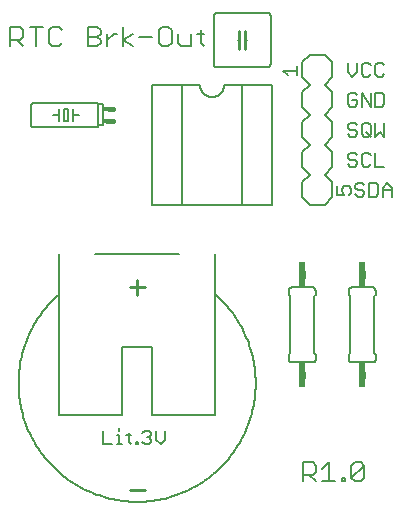
<source format=gto>
G75*
%MOIN*%
%OFA0B0*%
%FSLAX25Y25*%
%IPPOS*%
%LPD*%
%AMOC8*
5,1,8,0,0,1.08239X$1,22.5*
%
%ADD10C,0.00600*%
%ADD11C,0.00500*%
%ADD12C,0.00700*%
%ADD13C,0.01000*%
%ADD14C,0.02400*%
%ADD15R,0.02400X0.03400*%
%ADD16C,0.01600*%
%ADD17R,0.02300X0.01600*%
D10*
X0040800Y0059300D02*
X0061800Y0059300D01*
X0061800Y0081800D01*
X0071800Y0081800D01*
X0071800Y0059300D01*
X0092800Y0059300D01*
X0092800Y0112800D01*
X0080800Y0112800D02*
X0052800Y0112800D01*
X0040800Y0112800D02*
X0040800Y0059300D01*
X0092864Y0099484D02*
X0093568Y0098851D01*
X0094257Y0098201D01*
X0094930Y0097535D01*
X0095587Y0096853D01*
X0096227Y0096155D01*
X0096850Y0095442D01*
X0097456Y0094715D01*
X0098044Y0093973D01*
X0098615Y0093217D01*
X0099167Y0092448D01*
X0099700Y0091665D01*
X0100215Y0090871D01*
X0100710Y0090064D01*
X0101186Y0089245D01*
X0101642Y0088415D01*
X0102079Y0087575D01*
X0102494Y0086724D01*
X0102890Y0085864D01*
X0103265Y0084994D01*
X0103618Y0084116D01*
X0103951Y0083230D01*
X0104262Y0082335D01*
X0104552Y0081434D01*
X0104820Y0080526D01*
X0105066Y0079611D01*
X0105290Y0078692D01*
X0105492Y0077766D01*
X0105672Y0076837D01*
X0105830Y0075903D01*
X0105965Y0074966D01*
X0106077Y0074026D01*
X0106167Y0073083D01*
X0106235Y0072139D01*
X0106279Y0071193D01*
X0106301Y0070246D01*
X0106301Y0069300D01*
X0117300Y0077800D02*
X0117300Y0079300D01*
X0117800Y0079800D01*
X0117800Y0098800D01*
X0117300Y0099300D01*
X0117300Y0100800D01*
X0117302Y0100860D01*
X0117307Y0100921D01*
X0117316Y0100980D01*
X0117329Y0101039D01*
X0117345Y0101098D01*
X0117365Y0101155D01*
X0117388Y0101210D01*
X0117415Y0101265D01*
X0117444Y0101317D01*
X0117477Y0101368D01*
X0117513Y0101417D01*
X0117551Y0101463D01*
X0117593Y0101507D01*
X0117637Y0101549D01*
X0117683Y0101587D01*
X0117732Y0101623D01*
X0117783Y0101656D01*
X0117835Y0101685D01*
X0117890Y0101712D01*
X0117945Y0101735D01*
X0118002Y0101755D01*
X0118061Y0101771D01*
X0118120Y0101784D01*
X0118179Y0101793D01*
X0118240Y0101798D01*
X0118300Y0101800D01*
X0125300Y0101800D01*
X0125360Y0101798D01*
X0125421Y0101793D01*
X0125480Y0101784D01*
X0125539Y0101771D01*
X0125598Y0101755D01*
X0125655Y0101735D01*
X0125710Y0101712D01*
X0125765Y0101685D01*
X0125817Y0101656D01*
X0125868Y0101623D01*
X0125917Y0101587D01*
X0125963Y0101549D01*
X0126007Y0101507D01*
X0126049Y0101463D01*
X0126087Y0101417D01*
X0126123Y0101368D01*
X0126156Y0101317D01*
X0126185Y0101265D01*
X0126212Y0101210D01*
X0126235Y0101155D01*
X0126255Y0101098D01*
X0126271Y0101039D01*
X0126284Y0100980D01*
X0126293Y0100921D01*
X0126298Y0100860D01*
X0126300Y0100800D01*
X0126300Y0099300D01*
X0125800Y0098800D01*
X0125800Y0079800D01*
X0126300Y0079300D01*
X0126300Y0077800D01*
X0126298Y0077740D01*
X0126293Y0077679D01*
X0126284Y0077620D01*
X0126271Y0077561D01*
X0126255Y0077502D01*
X0126235Y0077445D01*
X0126212Y0077390D01*
X0126185Y0077335D01*
X0126156Y0077283D01*
X0126123Y0077232D01*
X0126087Y0077183D01*
X0126049Y0077137D01*
X0126007Y0077093D01*
X0125963Y0077051D01*
X0125917Y0077013D01*
X0125868Y0076977D01*
X0125817Y0076944D01*
X0125765Y0076915D01*
X0125710Y0076888D01*
X0125655Y0076865D01*
X0125598Y0076845D01*
X0125539Y0076829D01*
X0125480Y0076816D01*
X0125421Y0076807D01*
X0125360Y0076802D01*
X0125300Y0076800D01*
X0118300Y0076800D01*
X0118240Y0076802D01*
X0118179Y0076807D01*
X0118120Y0076816D01*
X0118061Y0076829D01*
X0118002Y0076845D01*
X0117945Y0076865D01*
X0117890Y0076888D01*
X0117835Y0076915D01*
X0117783Y0076944D01*
X0117732Y0076977D01*
X0117683Y0077013D01*
X0117637Y0077051D01*
X0117593Y0077093D01*
X0117551Y0077137D01*
X0117513Y0077183D01*
X0117477Y0077232D01*
X0117444Y0077283D01*
X0117415Y0077335D01*
X0117388Y0077390D01*
X0117365Y0077445D01*
X0117345Y0077502D01*
X0117329Y0077561D01*
X0117316Y0077620D01*
X0117307Y0077679D01*
X0117302Y0077740D01*
X0117300Y0077800D01*
X0137300Y0077800D02*
X0137300Y0079300D01*
X0137800Y0079800D01*
X0137800Y0098800D01*
X0137300Y0099300D01*
X0137300Y0100800D01*
X0137302Y0100860D01*
X0137307Y0100921D01*
X0137316Y0100980D01*
X0137329Y0101039D01*
X0137345Y0101098D01*
X0137365Y0101155D01*
X0137388Y0101210D01*
X0137415Y0101265D01*
X0137444Y0101317D01*
X0137477Y0101368D01*
X0137513Y0101417D01*
X0137551Y0101463D01*
X0137593Y0101507D01*
X0137637Y0101549D01*
X0137683Y0101587D01*
X0137732Y0101623D01*
X0137783Y0101656D01*
X0137835Y0101685D01*
X0137890Y0101712D01*
X0137945Y0101735D01*
X0138002Y0101755D01*
X0138061Y0101771D01*
X0138120Y0101784D01*
X0138179Y0101793D01*
X0138240Y0101798D01*
X0138300Y0101800D01*
X0145300Y0101800D01*
X0145360Y0101798D01*
X0145421Y0101793D01*
X0145480Y0101784D01*
X0145539Y0101771D01*
X0145598Y0101755D01*
X0145655Y0101735D01*
X0145710Y0101712D01*
X0145765Y0101685D01*
X0145817Y0101656D01*
X0145868Y0101623D01*
X0145917Y0101587D01*
X0145963Y0101549D01*
X0146007Y0101507D01*
X0146049Y0101463D01*
X0146087Y0101417D01*
X0146123Y0101368D01*
X0146156Y0101317D01*
X0146185Y0101265D01*
X0146212Y0101210D01*
X0146235Y0101155D01*
X0146255Y0101098D01*
X0146271Y0101039D01*
X0146284Y0100980D01*
X0146293Y0100921D01*
X0146298Y0100860D01*
X0146300Y0100800D01*
X0146300Y0099300D01*
X0145800Y0098800D01*
X0145800Y0079800D01*
X0146300Y0079300D01*
X0146300Y0077800D01*
X0146298Y0077740D01*
X0146293Y0077679D01*
X0146284Y0077620D01*
X0146271Y0077561D01*
X0146255Y0077502D01*
X0146235Y0077445D01*
X0146212Y0077390D01*
X0146185Y0077335D01*
X0146156Y0077283D01*
X0146123Y0077232D01*
X0146087Y0077183D01*
X0146049Y0077137D01*
X0146007Y0077093D01*
X0145963Y0077051D01*
X0145917Y0077013D01*
X0145868Y0076977D01*
X0145817Y0076944D01*
X0145765Y0076915D01*
X0145710Y0076888D01*
X0145655Y0076865D01*
X0145598Y0076845D01*
X0145539Y0076829D01*
X0145480Y0076816D01*
X0145421Y0076807D01*
X0145360Y0076802D01*
X0145300Y0076800D01*
X0138300Y0076800D01*
X0138240Y0076802D01*
X0138179Y0076807D01*
X0138120Y0076816D01*
X0138061Y0076829D01*
X0138002Y0076845D01*
X0137945Y0076865D01*
X0137890Y0076888D01*
X0137835Y0076915D01*
X0137783Y0076944D01*
X0137732Y0076977D01*
X0137683Y0077013D01*
X0137637Y0077051D01*
X0137593Y0077093D01*
X0137551Y0077137D01*
X0137513Y0077183D01*
X0137477Y0077232D01*
X0137444Y0077283D01*
X0137415Y0077335D01*
X0137388Y0077390D01*
X0137365Y0077445D01*
X0137345Y0077502D01*
X0137329Y0077561D01*
X0137316Y0077620D01*
X0137307Y0077679D01*
X0137302Y0077740D01*
X0137300Y0077800D01*
X0129300Y0129300D02*
X0124300Y0129300D01*
X0121800Y0131800D01*
X0121800Y0136800D01*
X0124300Y0139300D01*
X0121800Y0141800D01*
X0121800Y0146800D01*
X0124300Y0149300D01*
X0121800Y0151800D01*
X0121800Y0156800D01*
X0124300Y0159300D01*
X0121800Y0161800D01*
X0121800Y0166800D01*
X0124300Y0169300D01*
X0121800Y0171800D01*
X0121800Y0176800D01*
X0124300Y0179300D01*
X0129300Y0179300D01*
X0131800Y0176800D01*
X0131800Y0171800D01*
X0129300Y0169300D01*
X0131800Y0166800D01*
X0131800Y0161800D01*
X0129300Y0159300D01*
X0131800Y0156800D01*
X0131800Y0151800D01*
X0129300Y0149300D01*
X0131800Y0146800D01*
X0131800Y0141800D01*
X0129300Y0139300D01*
X0131800Y0136800D01*
X0131800Y0131800D01*
X0129300Y0129300D01*
X0111800Y0129300D02*
X0101800Y0129300D01*
X0081800Y0129300D01*
X0071800Y0129300D01*
X0071800Y0169300D01*
X0081800Y0169300D01*
X0087800Y0169300D01*
X0087802Y0169174D01*
X0087808Y0169049D01*
X0087818Y0168924D01*
X0087832Y0168799D01*
X0087849Y0168674D01*
X0087871Y0168550D01*
X0087896Y0168427D01*
X0087926Y0168305D01*
X0087959Y0168184D01*
X0087996Y0168064D01*
X0088036Y0167945D01*
X0088081Y0167828D01*
X0088129Y0167711D01*
X0088181Y0167597D01*
X0088236Y0167484D01*
X0088295Y0167373D01*
X0088357Y0167264D01*
X0088423Y0167157D01*
X0088492Y0167052D01*
X0088564Y0166949D01*
X0088639Y0166848D01*
X0088718Y0166750D01*
X0088800Y0166655D01*
X0088884Y0166562D01*
X0088972Y0166472D01*
X0089062Y0166384D01*
X0089155Y0166300D01*
X0089250Y0166218D01*
X0089348Y0166139D01*
X0089449Y0166064D01*
X0089552Y0165992D01*
X0089657Y0165923D01*
X0089764Y0165857D01*
X0089873Y0165795D01*
X0089984Y0165736D01*
X0090097Y0165681D01*
X0090211Y0165629D01*
X0090328Y0165581D01*
X0090445Y0165536D01*
X0090564Y0165496D01*
X0090684Y0165459D01*
X0090805Y0165426D01*
X0090927Y0165396D01*
X0091050Y0165371D01*
X0091174Y0165349D01*
X0091299Y0165332D01*
X0091424Y0165318D01*
X0091549Y0165308D01*
X0091674Y0165302D01*
X0091800Y0165300D01*
X0091926Y0165302D01*
X0092051Y0165308D01*
X0092176Y0165318D01*
X0092301Y0165332D01*
X0092426Y0165349D01*
X0092550Y0165371D01*
X0092673Y0165396D01*
X0092795Y0165426D01*
X0092916Y0165459D01*
X0093036Y0165496D01*
X0093155Y0165536D01*
X0093272Y0165581D01*
X0093389Y0165629D01*
X0093503Y0165681D01*
X0093616Y0165736D01*
X0093727Y0165795D01*
X0093836Y0165857D01*
X0093943Y0165923D01*
X0094048Y0165992D01*
X0094151Y0166064D01*
X0094252Y0166139D01*
X0094350Y0166218D01*
X0094445Y0166300D01*
X0094538Y0166384D01*
X0094628Y0166472D01*
X0094716Y0166562D01*
X0094800Y0166655D01*
X0094882Y0166750D01*
X0094961Y0166848D01*
X0095036Y0166949D01*
X0095108Y0167052D01*
X0095177Y0167157D01*
X0095243Y0167264D01*
X0095305Y0167373D01*
X0095364Y0167484D01*
X0095419Y0167597D01*
X0095471Y0167711D01*
X0095519Y0167828D01*
X0095564Y0167945D01*
X0095604Y0168064D01*
X0095641Y0168184D01*
X0095674Y0168305D01*
X0095704Y0168427D01*
X0095729Y0168550D01*
X0095751Y0168674D01*
X0095768Y0168799D01*
X0095782Y0168924D01*
X0095792Y0169049D01*
X0095798Y0169174D01*
X0095800Y0169300D01*
X0101800Y0169300D01*
X0101800Y0129300D01*
X0111800Y0129300D02*
X0111800Y0169300D01*
X0101800Y0169300D01*
X0110300Y0175300D02*
X0093300Y0175300D01*
X0093240Y0175302D01*
X0093179Y0175307D01*
X0093120Y0175316D01*
X0093061Y0175329D01*
X0093002Y0175345D01*
X0092945Y0175365D01*
X0092890Y0175388D01*
X0092835Y0175415D01*
X0092783Y0175444D01*
X0092732Y0175477D01*
X0092683Y0175513D01*
X0092637Y0175551D01*
X0092593Y0175593D01*
X0092551Y0175637D01*
X0092513Y0175683D01*
X0092477Y0175732D01*
X0092444Y0175783D01*
X0092415Y0175835D01*
X0092388Y0175890D01*
X0092365Y0175945D01*
X0092345Y0176002D01*
X0092329Y0176061D01*
X0092316Y0176120D01*
X0092307Y0176179D01*
X0092302Y0176240D01*
X0092300Y0176300D01*
X0092300Y0192300D01*
X0092302Y0192360D01*
X0092307Y0192421D01*
X0092316Y0192480D01*
X0092329Y0192539D01*
X0092345Y0192598D01*
X0092365Y0192655D01*
X0092388Y0192710D01*
X0092415Y0192765D01*
X0092444Y0192817D01*
X0092477Y0192868D01*
X0092513Y0192917D01*
X0092551Y0192963D01*
X0092593Y0193007D01*
X0092637Y0193049D01*
X0092683Y0193087D01*
X0092732Y0193123D01*
X0092783Y0193156D01*
X0092835Y0193185D01*
X0092890Y0193212D01*
X0092945Y0193235D01*
X0093002Y0193255D01*
X0093061Y0193271D01*
X0093120Y0193284D01*
X0093179Y0193293D01*
X0093240Y0193298D01*
X0093300Y0193300D01*
X0110300Y0193300D01*
X0110360Y0193298D01*
X0110421Y0193293D01*
X0110480Y0193284D01*
X0110539Y0193271D01*
X0110598Y0193255D01*
X0110655Y0193235D01*
X0110710Y0193212D01*
X0110765Y0193185D01*
X0110817Y0193156D01*
X0110868Y0193123D01*
X0110917Y0193087D01*
X0110963Y0193049D01*
X0111007Y0193007D01*
X0111049Y0192963D01*
X0111087Y0192917D01*
X0111123Y0192868D01*
X0111156Y0192817D01*
X0111185Y0192765D01*
X0111212Y0192710D01*
X0111235Y0192655D01*
X0111255Y0192598D01*
X0111271Y0192539D01*
X0111284Y0192480D01*
X0111293Y0192421D01*
X0111298Y0192360D01*
X0111300Y0192300D01*
X0111300Y0176300D01*
X0111298Y0176240D01*
X0111293Y0176179D01*
X0111284Y0176120D01*
X0111271Y0176061D01*
X0111255Y0176002D01*
X0111235Y0175945D01*
X0111212Y0175890D01*
X0111185Y0175835D01*
X0111156Y0175783D01*
X0111123Y0175732D01*
X0111087Y0175683D01*
X0111049Y0175637D01*
X0111007Y0175593D01*
X0110963Y0175551D01*
X0110917Y0175513D01*
X0110868Y0175477D01*
X0110817Y0175444D01*
X0110765Y0175415D01*
X0110710Y0175388D01*
X0110655Y0175365D01*
X0110598Y0175345D01*
X0110539Y0175329D01*
X0110480Y0175316D01*
X0110421Y0175307D01*
X0110360Y0175302D01*
X0110300Y0175300D01*
X0103300Y0184300D02*
X0102800Y0184300D01*
X0100800Y0184300D02*
X0100300Y0184300D01*
X0089042Y0186370D02*
X0086906Y0186370D01*
X0087974Y0187438D02*
X0087974Y0183168D01*
X0089042Y0182100D01*
X0084731Y0182100D02*
X0084731Y0186370D01*
X0084731Y0182100D02*
X0081529Y0182100D01*
X0080461Y0183168D01*
X0080461Y0186370D01*
X0078286Y0187438D02*
X0078286Y0183168D01*
X0077218Y0182100D01*
X0075083Y0182100D01*
X0074015Y0183168D01*
X0074015Y0187438D01*
X0075083Y0188505D01*
X0077218Y0188505D01*
X0078286Y0187438D01*
X0071840Y0185303D02*
X0067570Y0185303D01*
X0065401Y0186370D02*
X0062199Y0184235D01*
X0065401Y0182100D01*
X0062199Y0182100D02*
X0062199Y0188505D01*
X0060030Y0186370D02*
X0058963Y0186370D01*
X0056827Y0184235D01*
X0056827Y0182100D02*
X0056827Y0186370D01*
X0054652Y0186370D02*
X0053585Y0185303D01*
X0050382Y0185303D01*
X0050382Y0188505D02*
X0053585Y0188505D01*
X0054652Y0187438D01*
X0054652Y0186370D01*
X0053585Y0185303D02*
X0054652Y0184235D01*
X0054652Y0183168D01*
X0053585Y0182100D01*
X0050382Y0182100D01*
X0050382Y0188505D01*
X0041761Y0187438D02*
X0040694Y0188505D01*
X0038559Y0188505D01*
X0037491Y0187438D01*
X0037491Y0183168D01*
X0038559Y0182100D01*
X0040694Y0182100D01*
X0041761Y0183168D01*
X0035316Y0188505D02*
X0031045Y0188505D01*
X0033181Y0188505D02*
X0033181Y0182100D01*
X0028870Y0182100D02*
X0026735Y0184235D01*
X0027803Y0184235D02*
X0024600Y0184235D01*
X0024600Y0182100D02*
X0024600Y0188505D01*
X0027803Y0188505D01*
X0028870Y0187438D01*
X0028870Y0185303D01*
X0027803Y0184235D01*
X0032300Y0163300D02*
X0053800Y0163300D01*
X0053800Y0162800D01*
X0053800Y0155800D01*
X0053800Y0155300D01*
X0032300Y0155300D01*
X0032240Y0155302D01*
X0032179Y0155307D01*
X0032120Y0155316D01*
X0032061Y0155329D01*
X0032002Y0155345D01*
X0031945Y0155365D01*
X0031890Y0155388D01*
X0031835Y0155415D01*
X0031783Y0155444D01*
X0031732Y0155477D01*
X0031683Y0155513D01*
X0031637Y0155551D01*
X0031593Y0155593D01*
X0031551Y0155637D01*
X0031513Y0155683D01*
X0031477Y0155732D01*
X0031444Y0155783D01*
X0031415Y0155835D01*
X0031388Y0155890D01*
X0031365Y0155945D01*
X0031345Y0156002D01*
X0031329Y0156061D01*
X0031316Y0156120D01*
X0031307Y0156179D01*
X0031302Y0156240D01*
X0031300Y0156300D01*
X0031300Y0162300D01*
X0031302Y0162360D01*
X0031307Y0162421D01*
X0031316Y0162480D01*
X0031329Y0162539D01*
X0031345Y0162598D01*
X0031365Y0162655D01*
X0031388Y0162710D01*
X0031415Y0162765D01*
X0031444Y0162817D01*
X0031477Y0162868D01*
X0031513Y0162917D01*
X0031551Y0162963D01*
X0031593Y0163007D01*
X0031637Y0163049D01*
X0031683Y0163087D01*
X0031732Y0163123D01*
X0031783Y0163156D01*
X0031835Y0163185D01*
X0031890Y0163212D01*
X0031945Y0163235D01*
X0032002Y0163255D01*
X0032061Y0163271D01*
X0032120Y0163284D01*
X0032179Y0163293D01*
X0032240Y0163298D01*
X0032300Y0163300D01*
X0038800Y0159300D02*
X0040800Y0159300D01*
X0040800Y0161300D01*
X0042300Y0161300D02*
X0042300Y0157300D01*
X0043800Y0157300D01*
X0043800Y0161300D01*
X0042300Y0161300D01*
X0040800Y0159300D02*
X0040800Y0157300D01*
X0045300Y0157300D02*
X0045300Y0159300D01*
X0045300Y0161300D01*
X0045300Y0159300D02*
X0047300Y0159300D01*
X0053800Y0155800D02*
X0055300Y0155800D01*
X0055300Y0162800D01*
X0053800Y0162800D01*
X0081800Y0169300D02*
X0081800Y0129300D01*
X0040430Y0099213D02*
X0039717Y0098558D01*
X0039021Y0097886D01*
X0038341Y0097197D01*
X0037679Y0096492D01*
X0037034Y0095770D01*
X0036407Y0095033D01*
X0035798Y0094281D01*
X0035207Y0093514D01*
X0034636Y0092733D01*
X0034084Y0091939D01*
X0033551Y0091131D01*
X0033038Y0090310D01*
X0032546Y0089476D01*
X0032074Y0088631D01*
X0031624Y0087775D01*
X0031194Y0086908D01*
X0030785Y0086031D01*
X0030399Y0085144D01*
X0030034Y0084247D01*
X0029691Y0083342D01*
X0029370Y0082429D01*
X0029072Y0081509D01*
X0028797Y0080581D01*
X0028544Y0079647D01*
X0028314Y0078707D01*
X0028108Y0077761D01*
X0027924Y0076811D01*
X0027764Y0075856D01*
X0027627Y0074898D01*
X0027514Y0073937D01*
X0027425Y0072974D01*
X0027359Y0072008D01*
X0027317Y0071041D01*
X0027298Y0070074D01*
X0027303Y0069106D01*
X0027332Y0068139D01*
X0027384Y0067172D01*
X0027461Y0066208D01*
X0027560Y0065245D01*
X0027684Y0064285D01*
X0027831Y0063329D01*
X0028001Y0062376D01*
X0028194Y0061428D01*
X0028411Y0060485D01*
X0028651Y0059547D01*
X0028913Y0058615D01*
X0029199Y0057691D01*
X0029507Y0056773D01*
X0029837Y0055864D01*
X0030189Y0054962D01*
X0030564Y0054070D01*
X0030960Y0053187D01*
X0031378Y0052314D01*
X0031817Y0051452D01*
X0032277Y0050600D01*
X0032757Y0049760D01*
X0033259Y0048932D01*
X0033780Y0048117D01*
X0034321Y0047315D01*
X0034881Y0046526D01*
X0035461Y0045751D01*
X0036060Y0044990D01*
X0036677Y0044245D01*
X0037312Y0043514D01*
X0037965Y0042800D01*
X0038635Y0042102D01*
X0039322Y0041420D01*
X0040025Y0040755D01*
X0040745Y0040108D01*
X0041480Y0039479D01*
X0042230Y0038868D01*
X0042995Y0038275D01*
X0043775Y0037701D01*
X0044568Y0037147D01*
X0045374Y0036612D01*
X0046194Y0036097D01*
X0047025Y0035603D01*
X0047869Y0035129D01*
X0048724Y0034675D01*
X0049590Y0034243D01*
X0050466Y0033832D01*
X0051352Y0033443D01*
X0052247Y0033075D01*
X0053151Y0032730D01*
X0054064Y0032407D01*
X0054983Y0032106D01*
X0055910Y0031828D01*
X0056844Y0031572D01*
X0057783Y0031340D01*
X0058728Y0031130D01*
X0059678Y0030944D01*
X0060632Y0030782D01*
X0061589Y0030642D01*
X0062550Y0030526D01*
X0063514Y0030434D01*
X0064479Y0030365D01*
X0065446Y0030320D01*
X0066413Y0030299D01*
X0067381Y0030301D01*
X0068348Y0030327D01*
X0069315Y0030377D01*
X0070280Y0030451D01*
X0071243Y0030548D01*
X0072203Y0030668D01*
X0073160Y0030812D01*
X0074113Y0030980D01*
X0075062Y0031171D01*
X0076006Y0031385D01*
X0076944Y0031622D01*
X0077876Y0031882D01*
X0078802Y0032164D01*
X0079720Y0032470D01*
X0080630Y0032797D01*
X0081533Y0033147D01*
X0082426Y0033519D01*
X0083310Y0033913D01*
X0084184Y0034328D01*
X0085048Y0034764D01*
X0085901Y0035222D01*
X0086742Y0035700D01*
X0087572Y0036199D01*
X0088388Y0036718D01*
X0089192Y0037257D01*
X0089983Y0037815D01*
X0090759Y0038392D01*
X0091522Y0038989D01*
X0092269Y0039604D01*
X0093001Y0040237D01*
X0093717Y0040887D01*
X0094418Y0041555D01*
X0095101Y0042240D01*
X0095768Y0042942D01*
X0096417Y0043660D01*
X0097048Y0044393D01*
X0097662Y0045142D01*
X0098257Y0045905D01*
X0098832Y0046683D01*
X0099389Y0047474D01*
X0099926Y0048279D01*
X0100443Y0049097D01*
X0100941Y0049928D01*
X0101417Y0050770D01*
X0101873Y0051624D01*
X0102308Y0052488D01*
X0102721Y0053363D01*
X0103113Y0054248D01*
X0103483Y0055142D01*
X0103831Y0056045D01*
X0104157Y0056957D01*
X0104460Y0057876D01*
X0104741Y0058802D01*
X0104999Y0059734D01*
X0105234Y0060673D01*
X0105446Y0061617D01*
X0105635Y0062567D01*
X0105801Y0063520D01*
X0105943Y0064477D01*
X0106061Y0065438D01*
X0106156Y0066401D01*
X0106228Y0067366D01*
X0106276Y0068333D01*
X0106300Y0069300D01*
D11*
X0076201Y0054054D02*
X0076201Y0051051D01*
X0074700Y0049550D01*
X0073198Y0051051D01*
X0073198Y0054054D01*
X0071597Y0053303D02*
X0071597Y0052553D01*
X0070846Y0051802D01*
X0071597Y0051051D01*
X0071597Y0050301D01*
X0070846Y0049550D01*
X0069345Y0049550D01*
X0068594Y0050301D01*
X0067043Y0050301D02*
X0067043Y0049550D01*
X0066292Y0049550D01*
X0066292Y0050301D01*
X0067043Y0050301D01*
X0064724Y0049550D02*
X0063974Y0050301D01*
X0063974Y0053303D01*
X0064724Y0052553D02*
X0063223Y0052553D01*
X0060905Y0052553D02*
X0060905Y0049550D01*
X0061655Y0049550D02*
X0060154Y0049550D01*
X0058553Y0049550D02*
X0055550Y0049550D01*
X0055550Y0054054D01*
X0060154Y0052553D02*
X0060905Y0052553D01*
X0060905Y0054054D02*
X0060905Y0054804D01*
X0068594Y0053303D02*
X0069345Y0054054D01*
X0070846Y0054054D01*
X0071597Y0053303D01*
X0070846Y0051802D02*
X0070096Y0051802D01*
X0133546Y0132446D02*
X0135798Y0132446D01*
X0135047Y0133947D01*
X0135047Y0134698D01*
X0135798Y0135449D01*
X0137299Y0135449D01*
X0138050Y0134698D01*
X0138050Y0133197D01*
X0137299Y0132446D01*
X0139550Y0132801D02*
X0140301Y0132050D01*
X0141802Y0132050D01*
X0142553Y0132801D01*
X0142553Y0133551D01*
X0141802Y0134302D01*
X0140301Y0134302D01*
X0139550Y0135053D01*
X0139550Y0135803D01*
X0140301Y0136554D01*
X0141802Y0136554D01*
X0142553Y0135803D01*
X0144154Y0136554D02*
X0146406Y0136554D01*
X0147156Y0135803D01*
X0147156Y0132801D01*
X0146406Y0132050D01*
X0144154Y0132050D01*
X0144154Y0136554D01*
X0148758Y0135053D02*
X0148758Y0132050D01*
X0148758Y0134302D02*
X0151760Y0134302D01*
X0151760Y0135053D02*
X0151760Y0132050D01*
X0151760Y0135053D02*
X0150259Y0136554D01*
X0148758Y0135053D01*
X0149260Y0142050D02*
X0146258Y0142050D01*
X0146258Y0146554D01*
X0144656Y0145803D02*
X0143906Y0146554D01*
X0142405Y0146554D01*
X0141654Y0145803D01*
X0141654Y0142801D01*
X0142405Y0142050D01*
X0143906Y0142050D01*
X0144656Y0142801D01*
X0140053Y0142801D02*
X0139302Y0142050D01*
X0137801Y0142050D01*
X0137050Y0142801D01*
X0137801Y0144302D02*
X0137050Y0145053D01*
X0137050Y0145803D01*
X0137801Y0146554D01*
X0139302Y0146554D01*
X0140053Y0145803D01*
X0139302Y0144302D02*
X0140053Y0143551D01*
X0140053Y0142801D01*
X0139302Y0144302D02*
X0137801Y0144302D01*
X0137801Y0152050D02*
X0137050Y0152801D01*
X0137801Y0152050D02*
X0139302Y0152050D01*
X0140053Y0152801D01*
X0140053Y0153551D01*
X0139302Y0154302D01*
X0137801Y0154302D01*
X0137050Y0155053D01*
X0137050Y0155803D01*
X0137801Y0156554D01*
X0139302Y0156554D01*
X0140053Y0155803D01*
X0141654Y0155803D02*
X0142405Y0156554D01*
X0143906Y0156554D01*
X0144656Y0155803D01*
X0144656Y0152801D01*
X0143906Y0152050D01*
X0142405Y0152050D01*
X0141654Y0152801D01*
X0141654Y0155803D01*
X0143155Y0153551D02*
X0144656Y0152050D01*
X0146258Y0152050D02*
X0147759Y0153551D01*
X0149260Y0152050D01*
X0149260Y0156554D01*
X0146258Y0156554D02*
X0146258Y0152050D01*
X0146258Y0162050D02*
X0148510Y0162050D01*
X0149260Y0162801D01*
X0149260Y0165803D01*
X0148510Y0166554D01*
X0146258Y0166554D01*
X0146258Y0162050D01*
X0144656Y0162050D02*
X0144656Y0166554D01*
X0141654Y0166554D02*
X0144656Y0162050D01*
X0141654Y0162050D02*
X0141654Y0166554D01*
X0140053Y0165803D02*
X0139302Y0166554D01*
X0137801Y0166554D01*
X0137050Y0165803D01*
X0137050Y0162801D01*
X0137801Y0162050D01*
X0139302Y0162050D01*
X0140053Y0162801D01*
X0140053Y0164302D01*
X0138551Y0164302D01*
X0138551Y0172050D02*
X0137050Y0173551D01*
X0137050Y0176554D01*
X0140053Y0176554D02*
X0140053Y0173551D01*
X0138551Y0172050D01*
X0141654Y0172801D02*
X0142405Y0172050D01*
X0143906Y0172050D01*
X0144656Y0172801D01*
X0146258Y0172801D02*
X0146258Y0175803D01*
X0147008Y0176554D01*
X0148510Y0176554D01*
X0149260Y0175803D01*
X0149260Y0172801D02*
X0148510Y0172050D01*
X0147008Y0172050D01*
X0146258Y0172801D01*
X0144656Y0175803D02*
X0143906Y0176554D01*
X0142405Y0176554D01*
X0141654Y0175803D01*
X0141654Y0172801D01*
X0120050Y0172446D02*
X0120050Y0175449D01*
X0120050Y0173947D02*
X0115546Y0173947D01*
X0117047Y0172446D01*
X0133546Y0135449D02*
X0133546Y0132446D01*
D12*
X0130697Y0043455D02*
X0130697Y0037150D01*
X0128595Y0037150D02*
X0132799Y0037150D01*
X0135041Y0037150D02*
X0136092Y0037150D01*
X0136092Y0038201D01*
X0135041Y0038201D01*
X0135041Y0037150D01*
X0138264Y0038201D02*
X0138264Y0042404D01*
X0139315Y0043455D01*
X0141416Y0043455D01*
X0142467Y0042404D01*
X0138264Y0038201D01*
X0139315Y0037150D01*
X0141416Y0037150D01*
X0142467Y0038201D01*
X0142467Y0042404D01*
X0130697Y0043455D02*
X0128595Y0041354D01*
X0126354Y0042404D02*
X0126354Y0040303D01*
X0125303Y0039252D01*
X0122150Y0039252D01*
X0124252Y0039252D02*
X0126354Y0037150D01*
X0122150Y0037150D02*
X0122150Y0043455D01*
X0125303Y0043455D01*
X0126354Y0042404D01*
D13*
X0069300Y0034300D02*
X0064300Y0034300D01*
X0066800Y0099300D02*
X0066800Y0104300D01*
X0064300Y0101800D02*
X0069300Y0101800D01*
X0100800Y0181300D02*
X0100800Y0184300D01*
X0100800Y0187300D01*
X0102800Y0187300D02*
X0102800Y0184300D01*
X0102800Y0181300D01*
D14*
X0121800Y0106800D02*
X0121800Y0105300D01*
X0141800Y0105300D02*
X0141800Y0106800D01*
X0141800Y0073300D02*
X0141800Y0071800D01*
X0121800Y0071800D02*
X0121800Y0073300D01*
D15*
X0121800Y0075100D03*
X0121800Y0070100D03*
X0141800Y0070100D03*
X0141800Y0075100D03*
X0141800Y0103500D03*
X0141800Y0108500D03*
X0121800Y0108500D03*
X0121800Y0103500D03*
D16*
X0058800Y0157300D02*
X0056800Y0157300D01*
X0057300Y0161300D02*
X0058800Y0161300D01*
D17*
X0056650Y0161300D03*
X0056650Y0157300D03*
M02*

</source>
